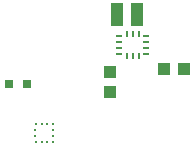
<source format=gbr>
G04 EAGLE Gerber RS-274X export*
G75*
%MOMM*%
%FSLAX34Y34*%
%LPD*%
%INSolderpaste Top*%
%IPPOS*%
%AMOC8*
5,1,8,0,0,1.08239X$1,22.5*%
G01*
%ADD10R,0.800000X0.800000*%
%ADD11R,1.100000X1.000000*%
%ADD12R,0.475000X0.250000*%
%ADD13R,0.250000X0.475000*%
%ADD14R,0.250000X0.275000*%
%ADD15R,0.275000X0.250000*%


D10*
X-89338Y115888D03*
X-104338Y115888D03*
D11*
X26425Y128588D03*
X43425Y128588D03*
D12*
X11625Y141725D03*
X11625Y146725D03*
X11625Y151725D03*
X11625Y156725D03*
D13*
X5000Y158350D03*
X0Y158350D03*
X-5000Y158350D03*
D12*
X-11625Y156725D03*
X-11625Y151725D03*
X-11625Y146725D03*
X-11625Y141725D03*
D13*
X-5000Y140100D03*
X0Y140100D03*
X5000Y140100D03*
D11*
X-19050Y108975D03*
X-19050Y125975D03*
X-13263Y169863D03*
X3738Y169863D03*
X-13263Y179388D03*
X3738Y179388D03*
D14*
X-67113Y82233D03*
X-72113Y82233D03*
X-77113Y82233D03*
X-82113Y82233D03*
X-82113Y66993D03*
X-77113Y66993D03*
X-72113Y66993D03*
X-67113Y66993D03*
D15*
X-82233Y77113D03*
X-82233Y72113D03*
X-66993Y72113D03*
X-66993Y77113D03*
M02*

</source>
